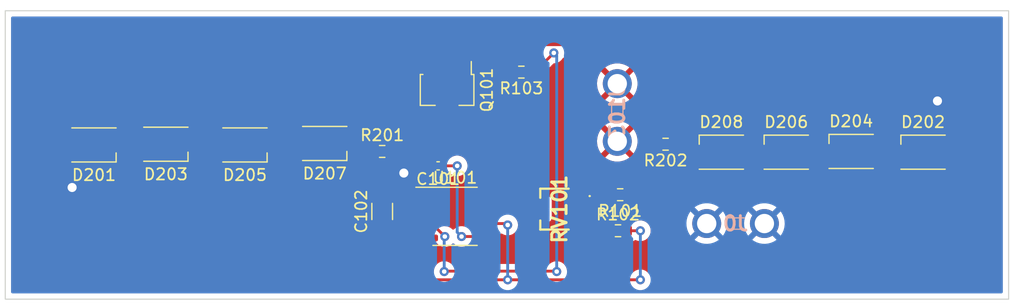
<source format=kicad_pcb>
(kicad_pcb (version 20211014) (generator pcbnew)
  (layers (0 "F.Cu" signal) (31 "B.Cu" signal) (34 "B.Paste" user) (35 "F.Paste" user) (36 "B.SilkS" user "B.Silkscreen") (37 "F.SilkS" user "F.Silkscreen") (38 "B.Mask" user) (39 "F.Mask" user) (44 "Edge.Cuts" user))
  (net 0 "")
  (net 1 "Net-(C101-Pad1)")
  (net 2 "GNDPWR")
  (net 3 "Net-(C102-Pad1)")
  (net 4 "Net-(D201-Pad1)")
  (net 5 "Net-(D202-Pad1)")
  (net 6 "Net-(D203-Pad1)")
  (net 7 "Net-(D204-Pad1)")
  (net 8 "Net-(D205-Pad1)")
  (net 9 "Net-(D206-Pad1)")
  (net 10 "Net-(D207-Pad1)")
  (net 11 "Net-(D208-Pad1)")
  (net 12 "/Tail")
  (net 13 "Net-(Q101-Pad1)")
  (net 14 "/LED Array/LEDPower")
  (net 15 "Net-(R101-Pad2)")
  (net 16 "Net-(R102-Pad1)")
  (net 17 "/TailBlink")
  (net 18 "Net-(RV101-Pad2)")
  (footprint "LED_SMD:LED_Cree-PLCC4_3.2x2.8mm_CCW" (layer "F.Cu") (at 114.955 68.515 180)
    (fp_text reference "D207" (at 0 -2.65) (layer "F.SilkS"))
    (fp_text value "LED")
    (fp_line (start -1.95 1.5) (end 1.95 1.5) (layer "F.SilkS") (width 0.12))
    (fp_line (start -1.95 -1.5) (end 1.95 -1.5) (layer "F.SilkS") (width 0.12))
    (fp_line (start -1.95 -0.7) (end -1.95 -1.5) (layer "F.SilkS") (width 0.12))
    (pad "1" smd rect (at -1.25 -0.7 180) (size 1 0.8) (layers "F.Cu" "F.Paste" "F.Mask") (net 10 "Net-(D207-Pad1)"))
    (pad "2" smd rect (at -1.25 0.7 180) (size 1 0.8) (layers "F.Cu" "F.Paste" "F.Mask") (net 10 "Net-(D207-Pad1)"))
    (pad "3" smd rect (at 1.25 0.7 180) (size 1 0.8) (layers "F.Cu" "F.Paste" "F.Mask") (net 10 "Net-(D207-Pad1)"))
    (pad "4" smd rect (at 1.25 -0.7 180) (size 1 0.8) (layers "F.Cu" "F.Paste" "F.Mask") (net 8 "Net-(D205-Pad1)"))
  )
  (footprint "Package_TO_SOT_SMD:SOT-89-3" (layer "F.Cu") (at 125.73 63.5 -90)
    (fp_text reference "Q101" (at 0.3 -3.5 90) (layer "F.SilkS"))
    (fp_text value "BCV49")
    (fp_line (start 1.66 1.05) (end 1.66 2.36) (layer "F.SilkS") (width 0.12))
    (fp_line (start -1.06 -2.36) (end 1.66 -2.36) (layer "F.SilkS") (width 0.12))
    (fp_line (start 1.66 2.36) (end -1.06 2.36) (layer "F.SilkS") (width 0.12))
    (fp_line (start -1.06 -2.36) (end -1.06 -2.13) (layer "F.SilkS") (width 0.12))
    (fp_line (start -1.06 2.36) (end -1.06 2.13) (layer "F.SilkS") (width 0.12))
    (fp_line (start -2.2 -2.13) (end -1.06 -2.13) (layer "F.SilkS") (width 0.12))
    (fp_line (start 1.66 -2.36) (end 1.66 -1.05) (layer "F.SilkS") (width 0.12))
    (pad "1" smd rect (at -1.65 -1.5 270) (size 1.3 0.9) (layers "F.Cu" "F.Paste" "F.Mask") (net 13 "Net-(Q101-Pad1)"))
    (pad "2" smd custom (at -1.5625 0 270) (size 1.475 0.9) (layers "F.Cu" "F.Paste" "F.Mask") (net 12 "/Tail") (options (clearance outline) (anchor rect)) (primitives (gr_poly (pts (xy 3.8625 0.8665) (xy 0.7375 0.8665) (xy 0.7375 -0.8665) (xy 3.8625 -0.8665)) (width 0) (fill yes))))
    (pad "3" smd rect (at -1.65 1.5 270) (size 1.3 0.9) (layers "F.Cu" "F.Paste" "F.Mask") (net 14 "/LED Array/LEDPower"))
  )
  (footprint "LED_SMD:LED_Cree-PLCC4_3.2x2.8mm_CCW" (layer "F.Cu") (at 167.64 69.28)
    (fp_text reference "D202" (at 0 -2.65) (layer "F.SilkS"))
    (fp_text value "LED")
    (fp_line (start -1.95 1.5) (end 1.95 1.5) (layer "F.SilkS") (width 0.12))
    (fp_line (start -1.95 -0.7) (end -1.95 -1.5) (layer "F.SilkS") (width 0.12))
    (fp_line (start -1.95 -1.5) (end 1.95 -1.5) (layer "F.SilkS") (width 0.12))
    (pad "1" smd rect (at -1.25 -0.7) (size 1 0.8) (layers "F.Cu" "F.Paste" "F.Mask") (net 5 "Net-(D202-Pad1)"))
    (pad "2" smd rect (at -1.25 0.7) (size 1 0.8) (layers "F.Cu" "F.Paste" "F.Mask") (net 5 "Net-(D202-Pad1)"))
    (pad "3" smd rect (at 1.25 0.7) (size 1 0.8) (layers "F.Cu" "F.Paste" "F.Mask") (net 5 "Net-(D202-Pad1)"))
    (pad "4" smd rect (at 1.25 -0.7) (size 1 0.8) (layers "F.Cu" "F.Paste" "F.Mask") (net 2 "GNDPWR"))
  )
  (footprint "Package_SO:SOIC-8_3.9x4.9mm_P1.27mm" (layer "F.Cu") (at 126.43 74.93)
    (fp_text reference "U101" (at 0 -3.4) (layer "F.SilkS"))
    (fp_text value "LM555xM")
    (fp_line (start 0 2.56) (end -1.95 2.56) (layer "F.SilkS") (width 0.12))
    (fp_line (start 0 -2.56) (end -3.45 -2.56) (layer "F.SilkS") (width 0.12))
    (fp_line (start 0 -2.56) (end 1.95 -2.56) (layer "F.SilkS") (width 0.12))
    (fp_line (start 0 2.56) (end 1.95 2.56) (layer "F.SilkS") (width 0.12))
    (pad "1" smd roundrect (at -2.475 -1.905) (size 1.95 0.6) (layers "F.Cu" "F.Paste" "F.Mask") (net 2 "GNDPWR"))
    (pad "2" smd roundrect (at -2.475 -0.635) (size 1.95 0.6) (layers "F.Cu" "F.Paste" "F.Mask") (net 3 "Net-(C102-Pad1)"))
    (pad "3" smd roundrect (at -2.475 0.635) (size 1.95 0.6) (layers "F.Cu" "F.Paste" "F.Mask") (net 17 "/TailBlink"))
    (pad "4" smd roundrect (at -2.475 1.905) (size 1.95 0.6) (layers "F.Cu" "F.Paste" "F.Mask") (net 12 "/Tail"))
    (pad "5" smd roundrect (at 2.475 1.905) (size 1.95 0.6) (layers "F.Cu" "F.Paste" "F.Mask") (net 1 "Net-(C101-Pad1)"))
    (pad "6" smd roundrect (at 2.475 0.635) (size 1.95 0.6) (layers "F.Cu" "F.Paste" "F.Mask") (net 3 "Net-(C102-Pad1)"))
    (pad "7" smd roundrect (at 2.475 -0.635) (size 1.95 0.6) (layers "F.Cu" "F.Paste" "F.Mask") (net 18 "Net-(RV101-Pad2)"))
    (pad "8" smd roundrect (at 2.475 -1.905) (size 1.95 0.6) (layers "F.Cu" "F.Paste" "F.Mask") (net 12 "/Tail"))
  )
  (footprint "Resistor_SMD:R_0603_1608Metric" (layer "F.Cu") (at 120.015 69.215)
    (fp_text reference "R201" (at 0 -1.43) (layer "F.SilkS"))
    (fp_text value "47")
    (fp_line (start -0.237258 -0.5225) (end 0.237258 -0.5225) (layer "F.SilkS") (width 0.12))
    (fp_line (start -0.237258 0.5225) (end 0.237258 0.5225) (layer "F.SilkS") (width 0.12))
    (pad "1" smd roundrect (at -0.825 0) (size 0.8 0.95) (layers "F.Cu" "F.Paste" "F.Mask") (net 10 "Net-(D207-Pad1)"))
    (pad "2" smd roundrect (at 0.825 0) (size 0.8 0.95) (layers "F.Cu" "F.Paste" "F.Mask") (net 14 "/LED Array/LEDPower"))
  )
  (footprint "LED_SMD:LED_Cree-PLCC4_3.2x2.8mm_CCW" (layer "F.Cu") (at 94.635 68.645 180)
    (fp_text reference "D201" (at 0 -2.65) (layer "F.SilkS"))
    (fp_text value "LED")
    (fp_line (start -1.95 -1.5) (end 1.95 -1.5) (layer "F.SilkS") (width 0.12))
    (fp_line (start -1.95 -0.7) (end -1.95 -1.5) (layer "F.SilkS") (width 0.12))
    (fp_line (start -1.95 1.5) (end 1.95 1.5) (layer "F.SilkS") (width 0.12))
    (pad "1" smd rect (at -1.25 -0.7 180) (size 1 0.8) (layers "F.Cu" "F.Paste" "F.Mask") (net 4 "Net-(D201-Pad1)"))
    (pad "2" smd rect (at -1.25 0.7 180) (size 1 0.8) (layers "F.Cu" "F.Paste" "F.Mask") (net 4 "Net-(D201-Pad1)"))
    (pad "3" smd rect (at 1.25 0.7 180) (size 1 0.8) (layers "F.Cu" "F.Paste" "F.Mask") (net 4 "Net-(D201-Pad1)"))
    (pad "4" smd rect (at 1.25 -0.7 180) (size 1 0.8) (layers "F.Cu" "F.Paste" "F.Mask") (net 2 "GNDPWR"))
  )
  (footprint "LED_SMD:LED_Cree-PLCC4_3.2x2.8mm_CCW" (layer "F.Cu") (at 149.88 69.28)
    (fp_text reference "D208" (at 0 -2.65) (layer "F.SilkS"))
    (fp_text value "LED")
    (fp_line (start -1.95 -1.5) (end 1.95 -1.5) (layer "F.SilkS") (width 0.12))
    (fp_line (start -1.95 1.5) (end 1.95 1.5) (layer "F.SilkS") (width 0.12))
    (fp_line (start -1.95 -0.7) (end -1.95 -1.5) (layer "F.SilkS") (width 0.12))
    (pad "1" smd rect (at -1.25 -0.7) (size 1 0.8) (layers "F.Cu" "F.Paste" "F.Mask") (net 11 "Net-(D208-Pad1)"))
    (pad "2" smd rect (at -1.25 0.7) (size 1 0.8) (layers "F.Cu" "F.Paste" "F.Mask") (net 11 "Net-(D208-Pad1)"))
    (pad "3" smd rect (at 1.25 0.7) (size 1 0.8) (layers "F.Cu" "F.Paste" "F.Mask") (net 11 "Net-(D208-Pad1)"))
    (pad "4" smd rect (at 1.25 -0.7) (size 1 0.8) (layers "F.Cu" "F.Paste" "F.Mask") (net 9 "Net-(D206-Pad1)"))
  )
  (footprint "LED_SMD:LED_Cree-PLCC4_3.2x2.8mm_CCW" (layer "F.Cu") (at 155.595 69.28)
    (fp_text reference "D206" (at 0 -2.65) (layer "F.SilkS"))
    (fp_text value "LED")
    (fp_line (start -1.95 -0.7) (end -1.95 -1.5) (layer "F.SilkS") (width 0.12))
    (fp_line (start -1.95 -1.5) (end 1.95 -1.5) (layer "F.SilkS") (width 0.12))
    (fp_line (start -1.95 1.5) (end 1.95 1.5) (layer "F.SilkS") (width 0.12))
    (pad "1" smd rect (at -1.25 -0.7) (size 1 0.8) (layers "F.Cu" "F.Paste" "F.Mask") (net 9 "Net-(D206-Pad1)"))
    (pad "2" smd rect (at -1.25 0.7) (size 1 0.8) (layers "F.Cu" "F.Paste" "F.Mask") (net 9 "Net-(D206-Pad1)"))
    (pad "3" smd rect (at 1.25 0.7) (size 1 0.8) (layers "F.Cu" "F.Paste" "F.Mask") (net 9 "Net-(D206-Pad1)"))
    (pad "4" smd rect (at 1.25 -0.7) (size 1 0.8) (layers "F.Cu" "F.Paste" "F.Mask") (net 7 "Net-(D204-Pad1)"))
  )
  (footprint "Capacitor_SMD:C_1206_3216Metric" (layer "F.Cu") (at 120.015 74.5 90)
    (fp_text reference "C102" (at 0 -1.85 90) (layer "F.SilkS"))
    (fp_text value "10uf")
    (fp_line (start -0.711252 -0.91) (end 0.711252 -0.91) (layer "F.SilkS") (width 0.12))
    (fp_line (start -0.711252 0.91) (end 0.711252 0.91) (layer "F.SilkS") (width 0.12))
    (pad "1" smd roundrect (at -1.475 0 90) (size 1.15 1.8) (layers "F.Cu" "F.Paste" "F.Mask") (roundrect_rratio 0.217391) (net 3 "Net-(C102-Pad1)"))
    (pad "2" smd roundrect (at 1.475 0 90) (size 1.15 1.8) (layers "F.Cu" "F.Paste" "F.Mask") (roundrect_rratio 0.217391) (net 2 "GNDPWR"))
  )
  (footprint "BournsPVG3A:PVG3A103C01R00" (layer "F.Cu") (at 135.635 74.295 90)
    (fp_text reference "RV101" (at 0 0 90) (layer "F.SilkS") (effects (font (size 1.27 1.27) (thickness 0.254))))
    (fp_text value "100K" hide)
    (fp_line (start 1.15 2.6) (end 1.15 2.6) (layer "F.SilkS") (width 0.1))
    (fp_line (start 1.15 2.7) (end 1.15 2.7) (layer "F.SilkS") (width 0.1))
    (fp_line (start -1 -1.7) (end -1.8 -1.7) (layer "F.SilkS") (width 0.2))
    (fp_line (start 1.8 -1.7) (end 1.8 0.8) (layer "F.SilkS") (width 0.2))
    (fp_line (start -1.8 -1.7) (end -1.8 0.8) (layer "F.SilkS") (width 0.2))
    (fp_line (start 1 -1.7) (end 1.8 -1.7) (layer "F.SilkS") (width 0.2))
    (fp_arc (start 1.15 2.7) (mid 1.1 2.65) (end 1.15 2.6) (layer "F.SilkS") (width 0.1))
    (fp_arc (start 1.15 2.6) (mid 1.2 2.65) (end 1.15 2.7) (layer "F.SilkS") (width 0.1))
    (pad "1" smd rect locked (at 1.15 1.65 180) (size 0.9 1.1) (layers "F.Cu" "F.Paste" "F.Mask") (net 15 "Net-(R101-Pad2)"))
    (pad "2" smd rect locked (at 0 -1.65 180) (size 0.9 1.4) (layers "F.Cu" "F.Paste" "F.Mask") (net 18 "Net-(RV101-Pad2)"))
    (pad "3" smd rect locked (at -1.15 1.65 180) (size 0.9 1.1) (layers "F.Cu" "F.Paste" "F.Mask") (net 16 "Net-(R102-Pad1)"))
  )
  (footprint "Resistor_SMD:R_0603_1608Metric" (layer "F.Cu") (at 144.97 68.58 180)
    (fp_text reference "R202" (at 0 -1.43) (layer "F.SilkS"))
    (fp_text value "47")
    (fp_line (start -0.237258 -0.5225) (end 0.237258 -0.5225) (layer "F.SilkS") (width 0.12))
    (fp_line (start -0.237258 0.5225) (end 0.237258 0.5225) (layer "F.SilkS") (width 0.12))
    (pad "1" smd roundrect (at -0.825 0 180) (size 0.8 0.95) (layers "F.Cu" "F.Paste" "F.Mask") (net 11 "Net-(D208-Pad1)"))
    (pad "2" smd roundrect (at 0.825 0 180) (size 0.8 0.95) (layers "F.Cu" "F.Paste" "F.Mask") (net 14 "/LED Array/LEDPower"))
  )
  (footprint "Resistor_SMD:R_0603_1608Metric" (layer "F.Cu") (at 140.78 76.2)
    (fp_text reference "R102" (at 0 -1.43) (layer "F.SilkS"))
    (fp_text value "1K")
    (fp_line (start -0.237258 -0.5225) (end 0.237258 -0.5225) (layer "F.SilkS") (width 0.12))
    (fp_line (start -0.237258 0.5225) (end 0.237258 0.5225) (layer "F.SilkS") (width 0.12))
    (pad "1" smd roundrect (at -0.825 0) (size 0.8 0.95) (layers "F.Cu" "F.Paste" "F.Mask") (net 16 "Net-(R102-Pad1)"))
    (pad "2" smd roundrect (at 0.825 0) (size 0.8 0.95) (layers "F.Cu" "F.Paste" "F.Mask") (net 3 "Net-(C102-Pad1)"))
  )
  (footprint "Resistor_SMD:R_0603_1608Metric" (layer "F.Cu") (at 140.97 73.025 180)
    (fp_text reference "R101" (at 0 -1.43) (layer "F.SilkS"))
    (fp_text value "1K")
    (fp_line (start -0.237258 0.5225) (end 0.237258 0.5225) (layer "F.SilkS") (width 0.12))
    (fp_line (start -0.237258 -0.5225) (end 0.237258 -0.5225) (layer "F.SilkS") (width 0.12))
    (pad "1" smd roundrect (at -0.825 0 180) (size 0.8 0.95) (layers "F.Cu" "F.Paste" "F.Mask") (net 12 "/Tail"))
    (pad "2" smd roundrect (at 0.825 0 180) (size 0.8 0.95) (layers "F.Cu" "F.Paste" "F.Mask") (net 15 "Net-(R101-Pad2)"))
  )
  (footprint "LED_SMD:LED_Cree-PLCC4_3.2x2.8mm_CCW" (layer "F.Cu") (at 107.93 68.645 180)
    (fp_text reference "D205" (at 0 -2.65) (layer "F.SilkS"))
    (fp_text value "LED")
    (fp_line (start -1.95 -0.7) (end -1.95 -1.5) (layer "F.SilkS") (width 0.12))
    (fp_line (start -1.95 1.5) (end 1.95 1.5) (layer "F.SilkS") (width 0.12))
    (fp_line (start -1.95 -1.5) (end 1.95 -1.5) (layer "F.SilkS") (width 0.12))
    (pad "1" smd rect (at -1.25 -0.7 180) (size 1 0.8) (layers "F.Cu" "F.Paste" "F.Mask") (net 8 "Net-(D205-Pad1)"))
    (pad "2" smd rect (at -1.25 0.7 180) (size 1 0.8) (layers "F.Cu" "F.Paste" "F.Mask") (net 8 "Net-(D205-Pad1)"))
    (pad "3" smd rect (at 1.25 0.7 180) (size 1 0.8) (layers "F.Cu" "F.Paste" "F.Mask") (net 8 "Net-(D205-Pad1)"))
    (pad "4" smd rect (at 1.25 -0.7 180) (size 1 0.8) (layers "F.Cu" "F.Paste" "F.Mask") (net 6 "Net-(D203-Pad1)"))
  )
  (footprint "LED_SMD:LED_Cree-PLCC4_3.2x2.8mm_CCW" (layer "F.Cu") (at 161.31 69.215)
    (fp_text reference "D204" (at 0 -2.65) (layer "F.SilkS"))
    (fp_text value "LED")
    (fp_line (start -1.95 1.5) (end 1.95 1.5) (layer "F.SilkS") (width 0.12))
    (fp_line (start -1.95 -0.7) (end -1.95 -1.5) (layer "F.SilkS") (width 0.12))
    (fp_line (start -1.95 -1.5) (end 1.95 -1.5) (layer "F.SilkS") (width 0.12))
    (pad "1" smd rect (at -1.25 -0.7) (size 1 0.8) (layers "F.Cu" "F.Paste" "F.Mask") (net 7 "Net-(D204-Pad1)"))
    (pad "2" smd rect (at -1.25 0.7) (size 1 0.8) (layers "F.Cu" "F.Paste" "F.Mask") (net 7 "Net-(D204-Pad1)"))
    (pad "3" smd rect (at 1.25 0.7) (size 1 0.8) (layers "F.Cu" "F.Paste" "F.Mask") (net 7 "Net-(D204-Pad1)"))
    (pad "4" smd rect (at 1.25 -0.7) (size 1 0.8) (layers "F.Cu" "F.Paste" "F.Mask") (net 5 "Net-(D202-Pad1)"))
  )
  (footprint "LED_SMD:LED_Cree-PLCC4_3.2x2.8mm_CCW" (layer "F.Cu") (at 100.965 68.58 180)
    (fp_text reference "D203" (at 0 -2.65) (layer "F.SilkS"))
    (fp_text value "LED")
    (fp_line (start -1.95 -1.5) (end 1.95 -1.5) (layer "F.SilkS") (width 0.12))
    (fp_line (start -1.95 -0.7) (end -1.95 -1.5) (layer "F.SilkS") (width 0.12))
    (fp_line (start -1.95 1.5) (end 1.95 1.5) (layer "F.SilkS") (width 0.12))
    (pad "1" smd rect (at -1.25 -0.7 180) (size 1 0.8) (layers "F.Cu" "F.Paste" "F.Mask") (net 6 "Net-(D203-Pad1)"))
    (pad "2" smd rect (at -1.25 0.7 180) (size 1 0.8) (layers "F.Cu" "F.Paste" "F.Mask") (net 6 "Net-(D203-Pad1)"))
    (pad "3" smd rect (at 1.25 0.7 180) (size 1 0.8) (layers "F.Cu" "F.Paste" "F.Mask") (net 6 "Net-(D203-Pad1)"))
    (pad "4" smd rect (at 1.25 -0.7 180) (size 1 0.8) (layers "F.Cu" "F.Paste" "F.Mask") (net 4 "Net-(D201-Pad1)"))
  )
  (footprint "Capacitor_SMD:C_0402_1005Metric" (layer "F.Cu") (at 124.94 70.485 180)
    (fp_text reference "C101" (at 0 -1.16) (layer "F.SilkS"))
    (fp_text value ".01uf")
    (fp_line (start -0.107836 0.36) (end 0.107836 0.36) (layer "F.SilkS") (width 0.12))
    (fp_line (start -0.107836 -0.36) (end 0.107836 -0.36) (layer "F.SilkS") (width 0.12))
    (pad "1" smd roundrect (at -0.48 0 180) (size 0.56 0.62) (layers "F.Cu" "F.Paste" "F.Mask") (net 1 "Net-(C101-Pad1)"))
    (pad "2" smd roundrect (at 0.48 0 180) (size 0.56 0.62) (layers "F.Cu" "F.Paste" "F.Mask") (net 2 "GNDPWR"))
  )
  (footprint "Resistor_SMD:R_0603_1608Metric" (layer "F.Cu") (at 132.27 62.23 180)
    (fp_text reference "R103" (at 0 -1.43) (layer "F.SilkS"))
    (fp_text value "1K")
    (fp_line (start -0.237258 0.5225) (end 0.237258 0.5225) (layer "F.SilkS") (width 0.12))
    (fp_line (start -0.237258 -0.5225) (end 0.237258 -0.5225) (layer "F.SilkS") (width 0.12))
    (pad "1" smd roundrect (at -0.825 0 180) (size 0.8 0.95) (layers "F.Cu" "F.Paste" "F.Mask") (net 17 "/TailBlink"))
    (pad "2" smd roundrect (at 0.825 0 180) (size 0.8 0.95) (layers "F.Cu" "F.Paste" "F.Mask") (net 13 "Net-(Q101-Pad1)"))
  )
  (footprint "SpadeLugs:197054303" (layer "B.Cu") (at 153.67 75.565 180)
    (fp_text reference "J0" (at 2.54 0) (layer "B.SilkS") (effects (font (size 1.27 1.27) (thickness 0.254)) (justify mirror)))
    (fp_text value "C-" hide)
    (fp_line (start 1.74 -0.5) (end 3.34 -0.5) (layer "B.SilkS") (width 0.1))
    (fp_line (start 1.74 0.5) (end 3.34 0.5) (layer "B.SilkS") (width 0.1))
    (pad "1" thru_hole circle locked (at 0 0 180) (size 2.55 2.55) (drill 1.7) (layers *.Cu *.Mask) (net 2 "GNDPWR"))
    (pad "2" thru_hole circle locked (at 5.08 0 180) (size 2.55 2.55) (drill 1.7) (layers *.Cu *.Mask) (net 2 "GNDPWR"))
  )
  (footprint "SpadeLugs:197054303" (layer "B.Cu") (at 140.716 63.246 -90)
    (fp_text reference "J103" (at 2.54 0 90) (layer "B.SilkS") (effects (font (size 1.27 1.27) (thickness 0.254)) (justify mirror)))
    (fp_text value "Tail+" hide)
    (fp_line (start 1.74 -0.5) (end 3.34 -0.5) (layer "B.SilkS") (width 0.1))
    (fp_line (start 1.74 0.5) (end 3.34 0.5) (layer "B.SilkS") (width 0.1))
    (pad "1" thru_hole circle locked (at 0 0 270) (size 2.55 2.55) (drill 1.7) (layers *.Cu *.Mask) (net 12 "/Tail"))
    (pad "2" thru_hole circle locked (at 5.08 0 270) (size 2.55 2.55) (drill 1.7) (layers *.Cu *.Mask) (net 12 "/Tail"))
  )
  (gr_rect (start 86.825 56.825) (end 175.175 82.225) (layer "Edge.Cuts") (width 0.1) (fill none))
  (segment (start 128.778 76.708) (end 128.905 76.835) (width 0.25) (layer "F.Cu") (net 1))
  (segment (start 127 76.708) (end 128.778 76.708) (width 0.25) (layer "F.Cu") (net 1))
  (segment (start 126.619 70.485) (end 125.42 70.485) (width 0.25) (layer "F.Cu") (net 1))
  (via (at 127 76.708) (size 0.8) (drill 0.4) (layers "F.Cu" "B.Cu") (net 1))
  (via (at 126.619 70.485) (size 0.8) (drill 0.4) (layers "F.Cu" "B.Cu") (net 1))
  (segment (start 126.619 70.485) (end 126.619 76.327) (width 0.25) (layer "B.Cu") (net 1))
  (segment (start 126.619 76.327) (end 127 76.708) (width 0.25) (layer "B.Cu") (net 1))
  (segment (start 123.955 73.025) (end 122.555 73.025) (width 0.5) (layer "F.Cu") (net 2))
  (segment (start 123.955 70.99) (end 124.46 70.485) (width 0.5) (layer "F.Cu") (net 2))
  (segment (start 123.955 73.025) (end 123.955 70.99) (width 0.5) (layer "F.Cu") (net 2))
  (segment (start 93.385 71.715) (end 92.71 72.39) (width 0.5) (layer "F.Cu") (net 2))
  (segment (start 93.385 69.345) (end 93.385 71.715) (width 0.5) (layer "F.Cu") (net 2))
  (segment (start 168.89 68.58) (end 168.89 64.79) (width 0.5) (layer "F.Cu") (net 2))
  (segment (start 168.89 64.79) (end 168.91 64.77) (width 0.5) (layer "F.Cu") (net 2))
  (segment (start 122.555 73.025) (end 120.015 73.025) (width 0.5) (layer "F.Cu") (net 2))
  (segment (start 121.92 72.39) (end 121.92 71.12) (width 0.5) (layer "F.Cu") (net 2))
  (segment (start 122.555 73.025) (end 121.92 72.39) (width 0.5) (layer "F.Cu") (net 2))
  (via (at 168.91 64.77) (size 1.6) (drill 0.8) (layers "F.Cu" "B.Cu") (net 2))
  (via (at 121.92 71.12) (size 1.6) (drill 0.8) (layers "F.Cu" "B.Cu") (net 2))
  (via (at 92.71 72.39) (size 1.6) (drill 0.8) (layers "F.Cu" "B.Cu") (net 2))
  (segment (start 141.605 76.2) (end 141.732 76.327) (width 0.25) (layer "F.Cu") (net 3))
  (segment (start 128.905 75.565) (end 130.937 75.565) (width 0.25) (layer "F.Cu") (net 3))
  (segment (start 142.748 80.518) (end 131.064 80.518) (width 0.25) (layer "F.Cu") (net 3))
  (segment (start 120.015 79.883) (end 120.015 75.975) (width 0.25) (layer "F.Cu") (net 3))
  (segment (start 131.064 80.518) (end 120.65 80.518) (width 0.25) (layer "F.Cu") (net 3))
  (segment (start 130.937 75.565) (end 131.064 75.692) (width 0.25) (layer "F.Cu") (net 3))
  (segment (start 141.605 76.2) (end 142.748 76.2) (width 0.25) (layer "F.Cu") (net 3))
  (segment (start 120.65 80.518) (end 120.015 79.883) (width 0.25) (layer "F.Cu") (net 3))
  (segment (start 121.695 74.295) (end 123.955 74.295) (width 0.25) (layer "F.Cu") (net 3))
  (segment (start 120.015 75.975) (end 121.695 74.295) (width 0.25) (layer "F.Cu") (net 3))
  (via (at 142.748 76.2) (size 0.8) (drill 0.4) (layers "F.Cu" "B.Cu") (net 3))
  (via (at 131.064 75.692) (size 0.8) (drill 0.4) (layers "F.Cu" "B.Cu") (net 3))
  (via (at 142.748 80.518) (size 0.8) (drill 0.4) (layers "F.Cu" "B.Cu") (net 3))
  (via (at 131.064 80.518) (size 0.8) (drill 0.4) (layers "F.Cu" "B.Cu") (net 3))
  (segment (start 131.064 75.692) (end 131.064 80.518) (width 0.25) (layer "B.Cu") (net 3))
  (segment (start 142.748 76.2) (end 142.748 80.518) (width 0.25) (layer "B.Cu") (net 3))
  (segment (start 95.885 69.345) (end 99.65 69.345) (width 0.5) (layer "F.Cu") (net 4))
  (segment (start 95.885 67.945) (end 95.885 69.345) (width 0.5) (layer "F.Cu") (net 4))
  (segment (start 99.65 69.345) (end 99.715 69.28) (width 0.5) (layer "F.Cu") (net 4))
  (segment (start 93.385 67.945) (end 95.885 67.945) (width 0.5) (layer "F.Cu") (net 4))
  (segment (start 166.325 68.515) (end 166.39 68.58) (width 0.5) (layer "F.Cu") (net 5))
  (segment (start 162.56 68.515) (end 166.325 68.515) (width 0.5) (layer "F.Cu") (net 5))
  (segment (start 166.39 68.58) (end 166.39 69.98) (width 0.5) (layer "F.Cu") (net 5))
  (segment (start 166.39 69.98) (end 168.89 69.98) (width 0.5) (layer "F.Cu") (net 5))
  (segment (start 102.215 67.88) (end 102.215 69.28) (width 0.5) (layer "F.Cu") (net 6))
  (segment (start 106.68 69.345) (end 102.28 69.345) (width 0.5) (layer "F.Cu") (net 6))
  (segment (start 102.28 69.345) (end 102.215 69.28) (width 0.5) (layer "F.Cu") (net 6))
  (segment (start 99.715 67.88) (end 102.215 67.88) (width 0.5) (layer "F.Cu") (net 6))
  (segment (start 156.845 68.58) (end 159.995 68.58) (width 0.5) (layer "F.Cu") (net 7))
  (segment (start 160.06 69.915) (end 162.56 69.915) (width 0.5) (layer "F.Cu") (net 7))
  (segment (start 160.06 68.515) (end 160.06 69.915) (width 0.5) (layer "F.Cu") (net 7))
  (segment (start 159.995 68.58) (end 160.06 68.515) (width 0.5) (layer "F.Cu") (net 7))
  (segment (start 106.68 67.945) (end 109.18 67.945) (width 0.5) (layer "F.Cu") (net 8))
  (segment (start 113.705 69.215) (end 109.31 69.215) (width 0.5) (layer "F.Cu") (net 8))
  (segment (start 109.31 69.215) (end 109.18 69.345) (width 0.5) (layer "F.Cu") (net 8))
  (segment (start 109.18 69.345) (end 109.18 67.945) (width 0.5) (layer "F.Cu") (net 8))
  (segment (start 154.345 69.98) (end 156.845 69.98) (width 0.5) (layer "F.Cu") (net 9))
  (segment (start 154.345 68.58) (end 154.345 69.98) (width 0.5) (layer "F.Cu") (net 9))
  (segment (start 151.13 68.58) (end 154.345 68.58) (width 0.5) (layer "F.Cu") (net 9))
  (segment (start 116.205 69.215) (end 119.19 69.215) (width 0.5) (layer "F.Cu") (net 10))
  (segment (start 116.205 67.815) (end 116.205 69.215) (width 0.5) (layer "F.Cu") (net 10))
  (segment (start 113.705 67.815) (end 116.205 67.815) (width 0.5) (layer "F.Cu") (net 10))
  (segment (start 148.63 69.98) (end 151.13 69.98) (width 0.5) (layer "F.Cu") (net 11))
  (segment (start 148.63 68.58) (end 148.63 69.98) (width 0.5) (layer "F.Cu") (net 11))
  (segment (start 145.795 68.58) (end 148.63 68.58) (width 0.5) (layer "F.Cu") (net 11))
  (segment (start 131.445 62.23) (end 131.065 61.85) (width 0.25) (layer "F.Cu") (net 13))
  (segment (start 131.065 61.85) (end 127.23 61.85) (width 0.25) (layer "F.Cu") (net 13))
  (segment (start 144.145 68.58) (end 144.145 60.325) (width 0.5) (layer "F.Cu") (net 14))
  (segment (start 124.23 60.7) (end 124.23 61.85) (width 0.5) (layer "F.Cu") (net 14))
  (segment (start 125.24 59.69) (end 124.23 60.7) (width 0.5) (layer "F.Cu") (net 14))
  (segment (start 144.145 60.325) (end 143.51 59.69) (width 0.5) (layer "F.Cu") (net 14))
  (segment (start 143.51 59.69) (end 125.24 59.69) (width 0.5) (layer "F.Cu") (net 14))
  (segment (start 120.84 69.215) (end 120.84 62.04) (width 0.5) (layer "F.Cu") (net 14))
  (segment (start 124.23 61.85) (end 121.03 61.85) (width 0.5) (layer "F.Cu") (net 14))
  (segment (start 120.84 62.04) (end 121.03 61.85) (width 0.5) (layer "F.Cu") (net 14))
  (segment (start 140.025 73.145) (end 137.285 73.145) (width 0.25) (layer "F.Cu") (net 15))
  (segment (start 140.145 73.025) (end 140.025 73.145) (width 0.25) (layer "F.Cu") (net 15))
  (segment (start 139.955 76.2) (end 139.2 75.445) (width 0.25) (layer "F.Cu") (net 16))
  (segment (start 139.2 75.445) (end 137.285 75.445) (width 0.25) (layer "F.Cu") (net 16))
  (segment (start 124.3865 75.565) (end 123.955 75.565) (width 0.25) (layer "F.Cu") (net 17))
  (segment (start 135.382 79.7935) (end 135.3445 79.756) (width 0.25) (layer "F.Cu") (net 17))
  (segment (start 125.5295 76.708) (end 124.3865 75.565) (width 0.25) (layer "F.Cu") (net 17))
  (segment (start 125.5135 79.756) (end 125.476 79.7935) (width 0.25) (layer "F.Cu") (net 17))
  (segment (start 135.128 60.5395) (end 133.4375 62.23) (width 0.25) (layer "F.Cu") (net 17))
  (segment (start 135.3445 79.756) (end 125.5135 79.756) (width 0.25) (layer "F.Cu") (net 17))
  (segment (start 133.4375 62.23) (end 133.095 62.23) (width 0.25) (layer "F.Cu") (net 17))
  (via (at 125.5295 76.708) (size 0.8) (drill 0.4) (layers "F.Cu" "B.Cu") (net 17))
  (via (at 135.382 79.7935) (size 0.8) (drill 0.4) (layers "F.Cu" "B.Cu") (net 17))
  (via (at 135.128 60.5395) (size 0.8) (drill 0.4) (layers "F.Cu" "B.Cu") (net 17))
  (via (at 125.476 79.7935) (size 0.8) (drill 0.4) (layers "F.Cu" "B.Cu") (net 17))
  (segment (start 125.476 76.7615) (end 125.5295 76.708) (width 0.25) (layer "B.Cu") (net 17))
  (segment (start 135.382 60.7935) (end 135.382 79.7935) (width 0.25) (layer "B.Cu") (net 17))
  (segment (start 135.128 60.5395) (end 135.382 60.7935) (width 0.25) (layer "B.Cu") (net 17))
  (segment (start 125.476 79.7935) (end 125.476 76.7615) (width 0.25) (layer "B.Cu") (net 17))
  (segment (start 133.985 74.295) (end 128.905 74.295) (width 0.25) (layer "F.Cu") (net 18))
  (zone (net 12) (net_name "/Tail") (layer "F.Cu") (connect_pads thru_hole_only (clearance 0.508)) (min_thickness 0.254) (fill yes (thermal_gap 0.508) (thermal_bridge_width 0.508))
    (polygon (pts (xy 146.05 80.01) (xy 118.11 80.01) (xy 118.11 60.96) (xy 146.05 60.96)))
  )
  (zone (net 2) (net_name "GNDPWR") (layer "B.Cu") (connect_pads thru_hole_only (clearance 0.508)) (min_thickness 0.254) (fill yes (thermal_gap 0.508) (thermal_bridge_width 0.508))
    (polygon (pts (xy 176.53 82.55) (xy 86.36 82.55) (xy 86.36 55.88) (xy 176.53 55.88)))
  )
)
</source>
